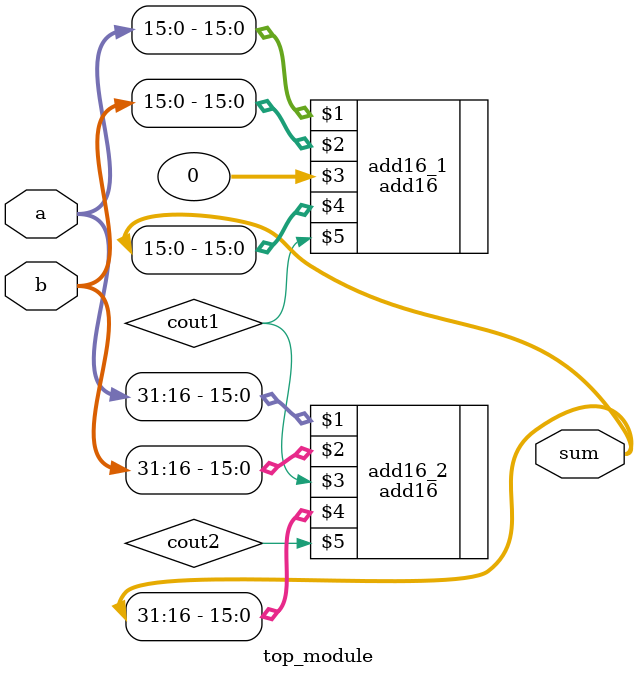
<source format=v>
module top_module(
    input [31:0] a,
    input [31:0] b,
    output [31:0] sum
);
    reg cout1,cout2;
    add16 add16_1(a[15:0],b[15:0],0,sum[15:0],cout1);
    add16 add16_2(a[31:16],b[31:16],cout1,sum[31:16],cout2);

endmodule

</source>
